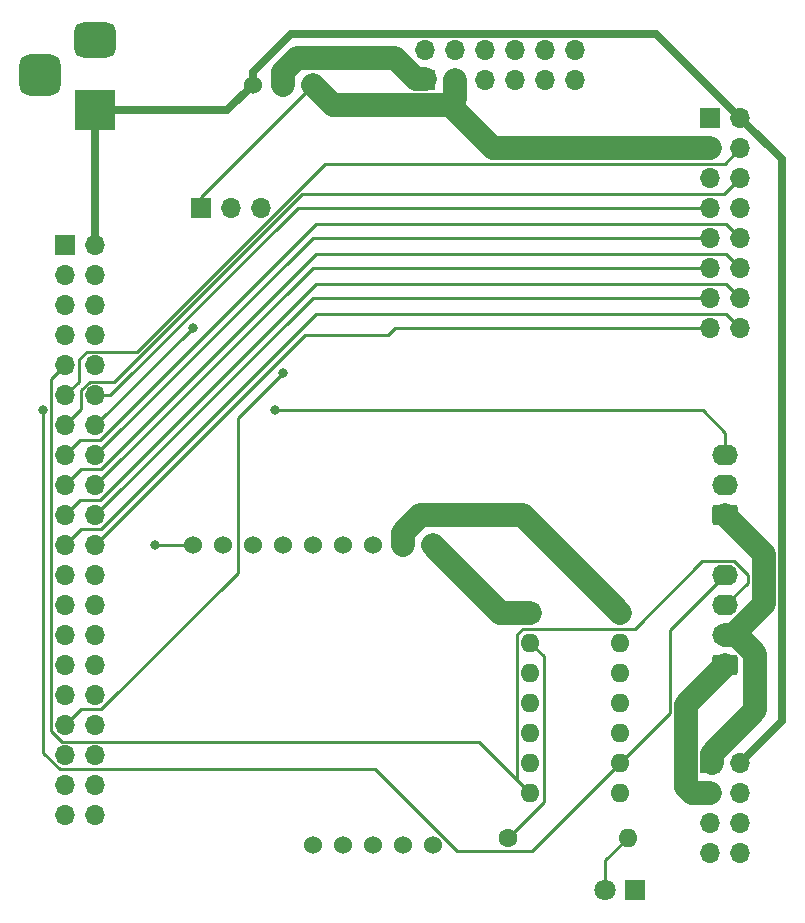
<source format=gtl>
%TF.GenerationSoftware,KiCad,Pcbnew,7.0.7*%
%TF.CreationDate,2023-09-28T16:31:27-05:00*%
%TF.ProjectId,iowa-rover-kiosk-main,696f7761-2d72-46f7-9665-722d6b696f73,rev?*%
%TF.SameCoordinates,Original*%
%TF.FileFunction,Copper,L1,Top*%
%TF.FilePolarity,Positive*%
%FSLAX46Y46*%
G04 Gerber Fmt 4.6, Leading zero omitted, Abs format (unit mm)*
G04 Created by KiCad (PCBNEW 7.0.7) date 2023-09-28 16:31:27*
%MOMM*%
%LPD*%
G01*
G04 APERTURE LIST*
G04 Aperture macros list*
%AMRoundRect*
0 Rectangle with rounded corners*
0 $1 Rounding radius*
0 $2 $3 $4 $5 $6 $7 $8 $9 X,Y pos of 4 corners*
0 Add a 4 corners polygon primitive as box body*
4,1,4,$2,$3,$4,$5,$6,$7,$8,$9,$2,$3,0*
0 Add four circle primitives for the rounded corners*
1,1,$1+$1,$2,$3*
1,1,$1+$1,$4,$5*
1,1,$1+$1,$6,$7*
1,1,$1+$1,$8,$9*
0 Add four rect primitives between the rounded corners*
20,1,$1+$1,$2,$3,$4,$5,0*
20,1,$1+$1,$4,$5,$6,$7,0*
20,1,$1+$1,$6,$7,$8,$9,0*
20,1,$1+$1,$8,$9,$2,$3,0*%
G04 Aperture macros list end*
%TA.AperFunction,ComponentPad*%
%ADD10C,1.524000*%
%TD*%
%TA.AperFunction,ComponentPad*%
%ADD11R,1.700000X1.700000*%
%TD*%
%TA.AperFunction,ComponentPad*%
%ADD12O,1.700000X1.700000*%
%TD*%
%TA.AperFunction,ComponentPad*%
%ADD13R,3.500000X3.500000*%
%TD*%
%TA.AperFunction,ComponentPad*%
%ADD14RoundRect,0.750000X-1.000000X0.750000X-1.000000X-0.750000X1.000000X-0.750000X1.000000X0.750000X0*%
%TD*%
%TA.AperFunction,ComponentPad*%
%ADD15RoundRect,0.875000X-0.875000X0.875000X-0.875000X-0.875000X0.875000X-0.875000X0.875000X0.875000X0*%
%TD*%
%TA.AperFunction,ComponentPad*%
%ADD16R,1.800000X1.800000*%
%TD*%
%TA.AperFunction,ComponentPad*%
%ADD17C,1.800000*%
%TD*%
%TA.AperFunction,ComponentPad*%
%ADD18C,1.600000*%
%TD*%
%TA.AperFunction,ComponentPad*%
%ADD19O,1.600000X1.600000*%
%TD*%
%TA.AperFunction,ComponentPad*%
%ADD20RoundRect,0.250000X0.845000X-0.620000X0.845000X0.620000X-0.845000X0.620000X-0.845000X-0.620000X0*%
%TD*%
%TA.AperFunction,ComponentPad*%
%ADD21O,2.190000X1.740000*%
%TD*%
%TA.AperFunction,ComponentPad*%
%ADD22R,1.600000X1.600000*%
%TD*%
%TA.AperFunction,ViaPad*%
%ADD23C,0.800000*%
%TD*%
%TA.AperFunction,Conductor*%
%ADD24C,2.000000*%
%TD*%
%TA.AperFunction,Conductor*%
%ADD25C,0.250000*%
%TD*%
%TA.AperFunction,Conductor*%
%ADD26C,0.700000*%
%TD*%
G04 APERTURE END LIST*
D10*
%TO.P,U1,1,Vin*%
%TO.N,+5V*%
X78740000Y-93980000D03*
%TO.P,U1,2,GND*%
%TO.N,GND*%
X76200000Y-93980000D03*
%TO.P,U1,3,EN*%
%TO.N,unconnected-(U1-EN-Pad3)*%
X73660000Y-93980000D03*
%TO.P,U1,4,G0*%
%TO.N,Net-(J1-D19_INT)*%
X71120000Y-93980000D03*
%TO.P,U1,5,SCK*%
%TO.N,Net-(J1-D52_SCK)*%
X68580000Y-93980000D03*
%TO.P,U1,6,MISO*%
%TO.N,Net-(J1-D50_CIPO)*%
X66040000Y-93980000D03*
%TO.P,U1,7,MOSI*%
%TO.N,Net-(J1-D51_COPI)*%
X63500000Y-93980000D03*
%TO.P,U1,8,CS*%
%TO.N,Net-(J1-D53_CS)*%
X60960000Y-93980000D03*
%TO.P,U1,9,RST*%
%TO.N,Net-(J1-D45_RST)*%
X58420000Y-93980000D03*
%TO.P,U1,10,G1*%
%TO.N,unconnected-(U1-G1-Pad10)*%
X78740000Y-119380000D03*
%TO.P,U1,11,G2*%
%TO.N,unconnected-(U1-G2-Pad11)*%
X76200000Y-119380000D03*
%TO.P,U1,12,G3*%
%TO.N,unconnected-(U1-G3-Pad12)*%
X73660000Y-119380000D03*
%TO.P,U1,13,G4*%
%TO.N,unconnected-(U1-G4-Pad13)*%
X71120000Y-119380000D03*
%TO.P,U1,14,G5*%
%TO.N,unconnected-(U1-G5-Pad14)*%
X68580000Y-119380000D03*
%TD*%
D11*
%TO.P,JP1,1,A*%
%TO.N,+5V*%
X59070000Y-65405000D03*
D12*
%TO.P,JP1,2,C*%
%TO.N,Net-(J1-KIOSK)*%
X61610000Y-65405000D03*
%TO.P,JP1,3,B*%
%TO.N,GND*%
X64150000Y-65405000D03*
%TD*%
D11*
%TO.P,J1,1,GND*%
%TO.N,GND*%
X47625000Y-68580000D03*
D12*
%TO.P,J1,2,VIN*%
%TO.N,+12V*%
X50165000Y-68580000D03*
%TO.P,J1,3,D50_CIPO*%
%TO.N,Net-(J1-D50_CIPO)*%
X47625000Y-71120000D03*
%TO.P,J1,4,D51_COPI*%
%TO.N,Net-(J1-D51_COPI)*%
X50165000Y-71120000D03*
%TO.P,J1,5,D52_SCK*%
%TO.N,Net-(J1-D52_SCK)*%
X47625000Y-73660000D03*
%TO.P,J1,6,D53_CS*%
%TO.N,Net-(J1-D53_CS)*%
X50165000Y-73660000D03*
%TO.P,J1,7,D45_RST*%
%TO.N,Net-(J1-D45_RST)*%
X47625000Y-76200000D03*
%TO.P,J1,8,D19_INT*%
%TO.N,Net-(J1-D19_INT)*%
X50165000Y-76200000D03*
%TO.P,J1,9,D20_SDA*%
%TO.N,/SDA*%
X47625000Y-78740000D03*
%TO.P,J1,10,D21_SCL*%
%TO.N,/SCL*%
X50165000Y-78740000D03*
%TO.P,J1,11,D12_DATA*%
%TO.N,/DATA*%
X47625000Y-81280000D03*
%TO.P,J1,12,D10_CLOCK*%
%TO.N,/CLOCK*%
X50165000Y-81280000D03*
%TO.P,J1,13,D9_LATCH*%
%TO.N,/LATCH*%
X47625000Y-83820000D03*
%TO.P,J1,14,D6_NEO*%
%TO.N,Net-(J1-D6_NEO)*%
X50165000Y-83820000D03*
%TO.P,J1,15,B1_DOWN*%
%TO.N,/B1_DOWN*%
X47625000Y-86360000D03*
%TO.P,J1,16,B1_UP*%
%TO.N,/B1_UP*%
X50165000Y-86360000D03*
%TO.P,J1,17,B2_DOWN*%
%TO.N,/B2_DOWN*%
X47625000Y-88900000D03*
%TO.P,J1,18,B2_UP*%
%TO.N,/B2_UP*%
X50165000Y-88900000D03*
%TO.P,J1,19,B3_DOWN*%
%TO.N,/B3_DOWN*%
X47625000Y-91440000D03*
%TO.P,J1,20,B3_UP*%
%TO.N,/B3_UP*%
X50165000Y-91440000D03*
%TO.P,J1,21,B4_DOWN*%
%TO.N,/B4_DOWN*%
X47625000Y-93980000D03*
%TO.P,J1,22,B4_UP*%
%TO.N,/B4_UP*%
X50165000Y-93980000D03*
%TO.P,J1,23,BTX*%
%TO.N,/BTX*%
X47625000Y-96520000D03*
%TO.P,J1,24,BP1*%
%TO.N,/B1*%
X50165000Y-96520000D03*
%TO.P,J1,25,BP2*%
%TO.N,/B2*%
X47625000Y-99060000D03*
%TO.P,J1,26,BP3*%
%TO.N,/B3*%
X50165000Y-99060000D03*
%TO.P,J1,27,BP4*%
%TO.N,/B4*%
X47625000Y-101600000D03*
%TO.P,J1,28,BP5*%
%TO.N,/B5*%
X50165000Y-101600000D03*
%TO.P,J1,29,LP1*%
%TO.N,/LED1*%
X47625000Y-104140000D03*
%TO.P,J1,30,LP2*%
%TO.N,/LED2*%
X50165000Y-104140000D03*
%TO.P,J1,31,LP3*%
%TO.N,/LED3*%
X47625000Y-106680000D03*
%TO.P,J1,32,LP4*%
%TO.N,/LED4*%
X50165000Y-106680000D03*
%TO.P,J1,33,KIOSK*%
%TO.N,Net-(J1-KIOSK)*%
X47625000Y-109220000D03*
%TO.P,J1,34,NC*%
%TO.N,unconnected-(J1-NC-Pad34)*%
X50165000Y-109220000D03*
%TO.P,J1,35,NC*%
%TO.N,unconnected-(J1-NC-Pad35)*%
X47625000Y-111760000D03*
%TO.P,J1,36,NC*%
%TO.N,unconnected-(J1-NC-Pad36)*%
X50165000Y-111760000D03*
%TO.P,J1,37,NC*%
%TO.N,unconnected-(J1-NC-Pad37)*%
X47625000Y-114300000D03*
%TO.P,J1,38,NC*%
%TO.N,unconnected-(J1-NC-Pad38)*%
X50165000Y-114300000D03*
%TO.P,J1,39,NC*%
%TO.N,unconnected-(J1-NC-Pad39)*%
X47625000Y-116840000D03*
%TO.P,J1,40,NC*%
%TO.N,unconnected-(J1-NC-Pad40)*%
X50165000Y-116840000D03*
%TD*%
D13*
%TO.P,J2,1*%
%TO.N,+12V*%
X50165000Y-57150000D03*
D14*
%TO.P,J2,2*%
%TO.N,GND*%
X50165000Y-51150000D03*
D15*
%TO.P,J2,3*%
%TO.N,N/C*%
X45465000Y-54150000D03*
%TD*%
D16*
%TO.P,D1,1,K*%
%TO.N,GND*%
X95890000Y-123190000D03*
D17*
%TO.P,D1,2,A*%
%TO.N,Net-(D1-A)*%
X93350000Y-123190000D03*
%TD*%
D18*
%TO.P,R1,1*%
%TO.N,Net-(U3-XTAL1{slash}PB0)*%
X85090000Y-118745000D03*
D19*
%TO.P,R1,2*%
%TO.N,Net-(D1-A)*%
X95250000Y-118745000D03*
%TD*%
D20*
%TO.P,J7,1,Pin_1*%
%TO.N,GND*%
X103485000Y-91440000D03*
D21*
%TO.P,J7,2,Pin_2*%
%TO.N,+5V*%
X103485000Y-88900000D03*
%TO.P,J7,3,Pin_3*%
%TO.N,Net-(J1-D6_NEO)*%
X103485000Y-86360000D03*
%TD*%
D10*
%TO.P,U2,1,PWR*%
%TO.N,+12V*%
X63500000Y-54991000D03*
%TO.P,U2,2,GND*%
%TO.N,GND*%
X66040000Y-54991000D03*
%TO.P,U2,3,+5V*%
%TO.N,+5V*%
X68580000Y-54991000D03*
%TD*%
D20*
%TO.P,J4,1,Pin_1*%
%TO.N,+5V*%
X103505000Y-104140000D03*
D21*
%TO.P,J4,2,Pin_2*%
%TO.N,GND*%
X103505000Y-101600000D03*
%TO.P,J4,3,Pin_3*%
%TO.N,/SDA*%
X103505000Y-99060000D03*
%TO.P,J4,4,Pin_4*%
%TO.N,/SCL*%
X103505000Y-96520000D03*
%TD*%
D11*
%TO.P,J5,1,Pin_1*%
%TO.N,GND*%
X102235000Y-57785000D03*
D12*
%TO.P,J5,2,Pin_2*%
%TO.N,+12V*%
X104775000Y-57785000D03*
%TO.P,J5,3,Pin_3*%
%TO.N,+5V*%
X102235000Y-60325000D03*
%TO.P,J5,4,Pin_4*%
%TO.N,/DATA*%
X104775000Y-60325000D03*
%TO.P,J5,5,Pin_5*%
%TO.N,Net-(J5-Pin_5)*%
X102235000Y-62865000D03*
%TO.P,J5,6,Pin_6*%
%TO.N,/LATCH*%
X104775000Y-62865000D03*
%TO.P,J5,7,Pin_7*%
%TO.N,/CLOCK*%
X102235000Y-65405000D03*
%TO.P,J5,8,Pin_8*%
%TO.N,unconnected-(J5-Pin_8-Pad8)*%
X104775000Y-65405000D03*
%TO.P,J5,9,Pin_9*%
%TO.N,/B1_UP*%
X102235000Y-67945000D03*
%TO.P,J5,10,Pin_10*%
%TO.N,/B1_DOWN*%
X104775000Y-67945000D03*
%TO.P,J5,11,Pin_11*%
%TO.N,/B2_UP*%
X102235000Y-70485000D03*
%TO.P,J5,12,Pin_12*%
%TO.N,/B2_DOWN*%
X104775000Y-70485000D03*
%TO.P,J5,13,Pin_13*%
%TO.N,/B3_UP*%
X102235000Y-73025000D03*
%TO.P,J5,14,Pin_14*%
%TO.N,/B3_DOWN*%
X104775000Y-73025000D03*
%TO.P,J5,15,Pin_15*%
%TO.N,/B4_UP*%
X102235000Y-75565000D03*
%TO.P,J5,16,Pin_16*%
%TO.N,/B4_DOWN*%
X104775000Y-75565000D03*
%TD*%
D11*
%TO.P,J3,1,Pin_1*%
%TO.N,GND*%
X78105000Y-54610000D03*
D12*
%TO.P,J3,2,Pin_2*%
%TO.N,/B1*%
X78105000Y-52070000D03*
%TO.P,J3,3,Pin_3*%
%TO.N,+5V*%
X80645000Y-54610000D03*
%TO.P,J3,4,Pin_4*%
%TO.N,/B2*%
X80645000Y-52070000D03*
%TO.P,J3,5,Pin_5*%
%TO.N,/LED1*%
X83185000Y-54610000D03*
%TO.P,J3,6,Pin_6*%
%TO.N,/B3*%
X83185000Y-52070000D03*
%TO.P,J3,7,Pin_7*%
%TO.N,/LED2*%
X85725000Y-54610000D03*
%TO.P,J3,8,Pin_8*%
%TO.N,/B4*%
X85725000Y-52070000D03*
%TO.P,J3,9,Pin_9*%
%TO.N,/LED3*%
X88265000Y-54610000D03*
%TO.P,J3,10,Pin_10*%
%TO.N,/B5*%
X88265000Y-52070000D03*
%TO.P,J3,11,Pin_11*%
%TO.N,/LED4*%
X90805000Y-54610000D03*
%TO.P,J3,12,Pin_12*%
%TO.N,Net-(J3-Pin_12)*%
X90805000Y-52070000D03*
%TD*%
D22*
%TO.P,U3,1,VCC*%
%TO.N,+5V*%
X86995000Y-99695000D03*
D19*
%TO.P,U3,2,XTAL1/PB0*%
%TO.N,Net-(U3-XTAL1{slash}PB0)*%
X86995000Y-102235000D03*
%TO.P,U3,3,XTAL2/PB1*%
%TO.N,unconnected-(U3-XTAL2{slash}PB1-Pad3)*%
X86995000Y-104775000D03*
%TO.P,U3,4,~{RESET}/PB3*%
%TO.N,unconnected-(U3-~{RESET}{slash}PB3-Pad4)*%
X86995000Y-107315000D03*
%TO.P,U3,5,PB2*%
%TO.N,unconnected-(U3-PB2-Pad5)*%
X86995000Y-109855000D03*
%TO.P,U3,6,PA7*%
%TO.N,unconnected-(U3-PA7-Pad6)*%
X86995000Y-112395000D03*
%TO.P,U3,7,PA6*%
%TO.N,/SDA*%
X86995000Y-114935000D03*
%TO.P,U3,8,PA5*%
%TO.N,unconnected-(U3-PA5-Pad8)*%
X94615000Y-114935000D03*
%TO.P,U3,9,PA4*%
%TO.N,/SCL*%
X94615000Y-112395000D03*
%TO.P,U3,10,PA3*%
%TO.N,unconnected-(U3-PA3-Pad10)*%
X94615000Y-109855000D03*
%TO.P,U3,11,PA2*%
%TO.N,unconnected-(U3-PA2-Pad11)*%
X94615000Y-107315000D03*
%TO.P,U3,12,PA1*%
%TO.N,unconnected-(U3-PA1-Pad12)*%
X94615000Y-104775000D03*
%TO.P,U3,13,AREF/PA0*%
%TO.N,Net-(J3-Pin_12)*%
X94615000Y-102235000D03*
%TO.P,U3,14,GND*%
%TO.N,GND*%
X94615000Y-99695000D03*
%TD*%
D11*
%TO.P,J6,1,Pin_1*%
%TO.N,GND*%
X102235000Y-112395000D03*
D12*
%TO.P,J6,2,Pin_2*%
%TO.N,+12V*%
X104775000Y-112395000D03*
%TO.P,J6,3,Pin_3*%
%TO.N,+5V*%
X102235000Y-114935000D03*
%TO.P,J6,4,Pin_4*%
%TO.N,Net-(J5-Pin_5)*%
X104775000Y-114935000D03*
%TO.P,J6,5,Pin_5*%
%TO.N,/LATCH*%
X102235000Y-117475000D03*
%TO.P,J6,6,Pin_6*%
%TO.N,/CLOCK*%
X104775000Y-117475000D03*
%TO.P,J6,7,Pin_7*%
%TO.N,unconnected-(J6-Pin_7-Pad7)*%
X102235000Y-120015000D03*
%TO.P,J6,8,Pin_8*%
%TO.N,/BTX*%
X104775000Y-120015000D03*
%TD*%
D23*
%TO.N,Net-(J1-D45_RST)*%
X55245000Y-93980000D03*
%TO.N,/SCL*%
X45720000Y-82550000D03*
%TO.N,Net-(J1-D6_NEO)*%
X58420000Y-75565000D03*
X65405000Y-82550000D03*
%TO.N,Net-(J1-KIOSK)*%
X66040000Y-79375000D03*
%TD*%
D24*
%TO.N,GND*%
X86360000Y-91440000D02*
X94615000Y-99695000D01*
X76200000Y-92902370D02*
X77662370Y-91440000D01*
X103505000Y-101600000D02*
X104480610Y-101600000D01*
X66040000Y-53913370D02*
X67248370Y-52705000D01*
X76200000Y-93980000D02*
X76200000Y-92902370D01*
X102385000Y-111610000D02*
X102385000Y-112395000D01*
X67248370Y-52705000D02*
X75565000Y-52705000D01*
X104480610Y-101600000D02*
X106045000Y-103164390D01*
X77662370Y-91440000D02*
X86360000Y-91440000D01*
X66040000Y-54991000D02*
X66040000Y-53913370D01*
X106735000Y-94690000D02*
X103485000Y-91440000D01*
X106045000Y-103164390D02*
X106045000Y-107950000D01*
X104117422Y-101600000D02*
X106735000Y-98982422D01*
X103505000Y-101600000D02*
X104117422Y-101600000D01*
X75565000Y-52705000D02*
X77320000Y-54460000D01*
X106735000Y-98982422D02*
X106735000Y-94690000D01*
X77320000Y-54460000D02*
X78105000Y-54460000D01*
X106045000Y-107950000D02*
X102385000Y-111610000D01*
D25*
%TO.N,Net-(D1-A)*%
X93350000Y-123190000D02*
X93350000Y-120645000D01*
X93350000Y-120645000D02*
X95250000Y-118745000D01*
D26*
%TO.N,+12V*%
X97660000Y-50670000D02*
X104775000Y-57785000D01*
X108285000Y-61295000D02*
X108285000Y-108885000D01*
X104775000Y-57785000D02*
X108285000Y-61295000D01*
X50165000Y-57150000D02*
X50165000Y-68580000D01*
X108285000Y-108885000D02*
X104775000Y-112395000D01*
X61341000Y-57150000D02*
X63500000Y-54991000D01*
X50165000Y-57150000D02*
X61341000Y-57150000D01*
X63500000Y-53913370D02*
X66743370Y-50670000D01*
X66743370Y-50670000D02*
X97660000Y-50670000D01*
X63500000Y-54991000D02*
X63500000Y-53913370D01*
D25*
%TO.N,Net-(J1-D45_RST)*%
X58420000Y-93980000D02*
X55335000Y-93980000D01*
%TO.N,/SDA*%
X85870000Y-113810000D02*
X85870000Y-101510000D01*
X85870000Y-101510000D02*
X86360000Y-101020000D01*
X105410000Y-97155000D02*
X103505000Y-99060000D01*
X82645000Y-110585000D02*
X86995000Y-114935000D01*
X105410000Y-96510015D02*
X105410000Y-97155000D01*
X47625000Y-78740000D02*
X46450000Y-79915000D01*
X46450000Y-109706701D02*
X47328299Y-110585000D01*
X86995000Y-114935000D02*
X85870000Y-113810000D01*
X95830000Y-101020000D02*
X101525000Y-95325000D01*
X46450000Y-79915000D02*
X46450000Y-109706701D01*
X101525000Y-95325000D02*
X104224985Y-95325000D01*
X47328299Y-110585000D02*
X82645000Y-110585000D01*
X86360000Y-101020000D02*
X95830000Y-101020000D01*
X104224985Y-95325000D02*
X105410000Y-96510015D01*
%TO.N,/SCL*%
X73832251Y-112935000D02*
X47138299Y-112935000D01*
X98860000Y-108150000D02*
X94615000Y-112395000D01*
X98860000Y-101165000D02*
X98860000Y-108150000D01*
X87140000Y-119870000D02*
X80767251Y-119870000D01*
X94615000Y-112395000D02*
X87140000Y-119870000D01*
X103505000Y-96520000D02*
X98860000Y-101165000D01*
X80767251Y-119870000D02*
X73832251Y-112935000D01*
X45720000Y-111516701D02*
X45720000Y-82550000D01*
X47138299Y-112935000D02*
X45720000Y-111516701D01*
%TO.N,/DATA*%
X49435000Y-77565000D02*
X48800000Y-78200000D01*
X48800000Y-78200000D02*
X48800000Y-80105000D01*
X103450000Y-61650000D02*
X69566701Y-61650000D01*
X69566701Y-61650000D02*
X53651701Y-77565000D01*
X48800000Y-80105000D02*
X47625000Y-81280000D01*
X104775000Y-60325000D02*
X103450000Y-61650000D01*
X53651701Y-77565000D02*
X49435000Y-77565000D01*
%TO.N,/CLOCK*%
X51435000Y-81280000D02*
X50165000Y-81280000D01*
X67310000Y-65405000D02*
X51435000Y-81280000D01*
X102235000Y-65405000D02*
X67310000Y-65405000D01*
%TO.N,/LATCH*%
X51748097Y-80105000D02*
X49678299Y-80105000D01*
X49678299Y-80105000D02*
X48990000Y-80793299D01*
X103410000Y-64230000D02*
X67623097Y-64230000D01*
X48990000Y-82455000D02*
X47625000Y-83820000D01*
X48990000Y-80793299D02*
X48990000Y-82455000D01*
X104775000Y-62865000D02*
X103410000Y-64230000D01*
X67623097Y-64230000D02*
X51748097Y-80105000D01*
%TO.N,Net-(J1-D6_NEO)*%
X65405000Y-82550000D02*
X101600000Y-82550000D01*
X103485000Y-84435000D02*
X101600000Y-82550000D01*
X50165000Y-83820000D02*
X58420000Y-75565000D01*
X103485000Y-86360000D02*
X103485000Y-84435000D01*
%TO.N,/B1_DOWN*%
X48895000Y-85090000D02*
X47625000Y-86360000D01*
X68876701Y-66770000D02*
X50556701Y-85090000D01*
X104775000Y-67945000D02*
X103600000Y-66770000D01*
X50556701Y-85090000D02*
X48895000Y-85090000D01*
X103600000Y-66770000D02*
X68876701Y-66770000D01*
%TO.N,/B1_UP*%
X102235000Y-67945000D02*
X68580000Y-67945000D01*
X68580000Y-67945000D02*
X50165000Y-86360000D01*
%TO.N,/B2_DOWN*%
X68876701Y-69310000D02*
X50651701Y-87535000D01*
X48990000Y-87535000D02*
X47625000Y-88900000D01*
X50651701Y-87535000D02*
X48990000Y-87535000D01*
X104775000Y-70485000D02*
X103600000Y-69310000D01*
X103600000Y-69310000D02*
X68876701Y-69310000D01*
%TO.N,/B2_UP*%
X68580000Y-70485000D02*
X50165000Y-88900000D01*
X102235000Y-70485000D02*
X68580000Y-70485000D01*
%TO.N,/B3_DOWN*%
X50556701Y-90170000D02*
X48895000Y-90170000D01*
X48895000Y-90170000D02*
X47625000Y-91440000D01*
X104775000Y-73025000D02*
X103600000Y-71850000D01*
X103600000Y-71850000D02*
X68876701Y-71850000D01*
X68876701Y-71850000D02*
X50556701Y-90170000D01*
%TO.N,/B3_UP*%
X102235000Y-73025000D02*
X68580000Y-73025000D01*
X68580000Y-73025000D02*
X50165000Y-91440000D01*
%TO.N,/B4_DOWN*%
X50651701Y-92615000D02*
X48990000Y-92615000D01*
X104775000Y-75565000D02*
X103600000Y-74390000D01*
X103600000Y-74390000D02*
X68876701Y-74390000D01*
X48990000Y-92615000D02*
X47625000Y-93980000D01*
X68876701Y-74390000D02*
X50651701Y-92615000D01*
%TO.N,/B4_UP*%
X67945000Y-76200000D02*
X50165000Y-93980000D01*
X75565000Y-75565000D02*
X74930000Y-76200000D01*
X102235000Y-75565000D02*
X75565000Y-75565000D01*
X74930000Y-76200000D02*
X67945000Y-76200000D01*
%TO.N,Net-(J1-KIOSK)*%
X50651701Y-107855000D02*
X48990000Y-107855000D01*
X48990000Y-107855000D02*
X47625000Y-109220000D01*
X66040000Y-79375000D02*
X62230000Y-83185000D01*
X62230000Y-96276701D02*
X50651701Y-107855000D01*
X62230000Y-83185000D02*
X62230000Y-96276701D01*
D24*
%TO.N,+5V*%
X80645000Y-56170000D02*
X80645000Y-54610000D01*
D25*
X59070000Y-64501000D02*
X68580000Y-54991000D01*
D24*
X100185000Y-107460000D02*
X100185000Y-114445000D01*
X86995000Y-99695000D02*
X84455000Y-99695000D01*
X80155000Y-56660000D02*
X80645000Y-56170000D01*
X68580000Y-54991000D02*
X70249000Y-56660000D01*
D25*
X59070000Y-65405000D02*
X59070000Y-64501000D01*
D24*
X102235000Y-60325000D02*
X83820000Y-60325000D01*
X103505000Y-104140000D02*
X100185000Y-107460000D01*
X100675000Y-114935000D02*
X102235000Y-114935000D01*
X83820000Y-60325000D02*
X80155000Y-56660000D01*
X70249000Y-56660000D02*
X80155000Y-56660000D01*
X84455000Y-99695000D02*
X78740000Y-93980000D01*
X100185000Y-114445000D02*
X100675000Y-114935000D01*
D25*
%TO.N,Net-(U3-XTAL1{slash}PB0)*%
X88120000Y-103360000D02*
X88120000Y-115715000D01*
X88120000Y-115715000D02*
X85090000Y-118745000D01*
X86995000Y-102235000D02*
X88120000Y-103360000D01*
%TD*%
M02*

</source>
